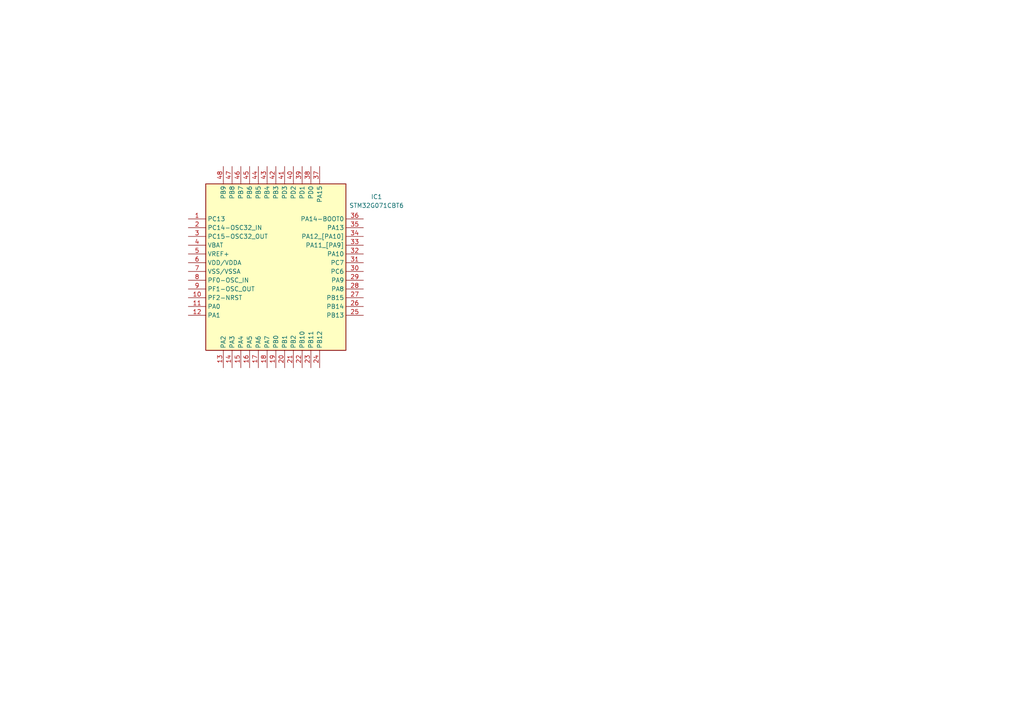
<source format=kicad_sch>
(kicad_sch (version 20250114) (generator "eeschema") (generator_version "9.0")
  (paper "A4")
  (lib_symbols
    (symbol "STM32G071CBT6:STM32G071CBT6"
      (property "Reference" "IC" (at 46.99 15.24 0))
      (property "Value" "STM32G071CBT6" (at 46.99 12.7 0))
      (symbol "STM32G071CBT6_1_1"
        (rectangle (start 5.08 10.16) (end 45.72 -38.1) (stroke (width 0.254)) (fill (type background)))
        (pin passive line (at 0 0 0) (length 5.08) (name "PC13") (number "1"))
        (pin passive line (at 0 -2.54 0) (length 5.08) (name "PC14-OSC32_IN") (number "2"))
        (pin passive line (at 0 -5.08 0) (length 5.08) (name "PC15-OSC32_OUT") (number "3"))
        (pin passive line (at 0 -7.62 0) (length 5.08) (name "VBAT") (number "4"))
        (pin passive line (at 0 -10.16 0) (length 5.08) (name "VREF+") (number "5"))
        (pin passive line (at 0 -12.7 0) (length 5.08) (name "VDD/VDDA") (number "6"))
        (pin passive line (at 0 -15.24 0) (length 5.08) (name "VSS/VSSA") (number "7"))
        (pin passive line (at 0 -17.78 0) (length 5.08) (name "PF0-OSC_IN") (number "8"))
        (pin passive line (at 0 -20.32 0) (length 5.08) (name "PF1-OSC_OUT") (number "9"))
        (pin passive line (at 0 -22.86 0) (length 5.08) (name "PF2-NRST") (number "10"))
        (pin passive line (at 0 -25.4 0) (length 5.08) (name "PA0") (number "11"))
        (pin passive line (at 0 -27.94 0) (length 5.08) (name "PA1") (number "12"))
        (pin passive line (at 10.16 15.24 270) (length 5.08) (name "PB9") (number "48"))
        (pin passive line (at 10.16 -43.18 90) (length 5.08) (name "PA2") (number "13"))
        (pin passive line (at 12.7 15.24 270) (length 5.08) (name "PB8") (number "47"))
        (pin passive line (at 12.7 -43.18 90) (length 5.08) (name "PA3") (number "14"))
        (pin passive line (at 15.24 15.24 270) (length 5.08) (name "PB7") (number "46"))
        (pin passive line (at 15.24 -43.18 90) (length 5.08) (name "PA4") (number "15"))
        (pin passive line (at 17.78 15.24 270) (length 5.08) (name "PB6") (number "45"))
        (pin passive line (at 17.78 -43.18 90) (length 5.08) (name "PA5") (number "16"))
        (pin passive line (at 20.32 15.24 270) (length 5.08) (name "PB5") (number "44"))
        (pin passive line (at 20.32 -43.18 90) (length 5.08) (name "PA6") (number "17"))
        (pin passive line (at 22.86 15.24 270) (length 5.08) (name "PB4") (number "43"))
        (pin passive line (at 22.86 -43.18 90) (length 5.08) (name "PA7") (number "18"))
        (pin passive line (at 25.4 15.24 270) (length 5.08) (name "PB3") (number "42"))
        (pin passive line (at 25.4 -43.18 90) (length 5.08) (name "PB0") (number "19"))
        (pin passive line (at 27.94 15.24 270) (length 5.08) (name "PD3") (number "41"))
        (pin passive line (at 27.94 -43.18 90) (length 5.08) (name "PB1") (number "20"))
        (pin passive line (at 30.48 15.24 270) (length 5.08) (name "PD2") (number "40"))
        (pin passive line (at 30.48 -43.18 90) (length 5.08) (name "PB2") (number "21"))
        (pin passive line (at 33.02 15.24 270) (length 5.08) (name "PD1") (number "39"))
        (pin passive line (at 33.02 -43.18 90) (length 5.08) (name "PB10") (number "22"))
        (pin passive line (at 35.56 15.24 270) (length 5.08) (name "PD0") (number "38"))
        (pin passive line (at 35.56 -43.18 90) (length 5.08) (name "PB11") (number "23"))
        (pin passive line (at 38.1 15.24 270) (length 5.08) (name "PA15") (number "37"))
        (pin passive line (at 38.1 -43.18 90) (length 5.08) (name "PB12") (number "24"))
        (pin passive line (at 50.8 0 180) (length 5.08) (name "PA14-BOOT0") (number "36"))
        (pin passive line (at 50.8 -2.54 180) (length 5.08) (name "PA13") (number "35"))
        (pin passive line (at 50.8 -5.08 180) (length 5.08) (name "PA12_[PA10]") (number "34"))
        (pin passive line (at 50.8 -7.62 180) (length 5.08) (name "PA11_[PA9]") (number "33"))
        (pin passive line (at 50.8 -10.16 180) (length 5.08) (name "PA10") (number "32"))
        (pin passive line (at 50.8 -12.7 180) (length 5.08) (name "PC7") (number "31"))
        (pin passive line (at 50.8 -15.24 180) (length 5.08) (name "PC6") (number "30"))
        (pin passive line (at 50.8 -17.78 180) (length 5.08) (name "PA9") (number "29"))
        (pin passive line (at 50.8 -20.32 180) (length 5.08) (name "PA8") (number "28"))
        (pin passive line (at 50.8 -22.86 180) (length 5.08) (name "PB15") (number "27"))
        (pin passive line (at 50.8 -25.4 180) (length 5.08) (name "PB14") (number "26"))
        (pin passive line (at 50.8 -27.94 180) (length 5.08) (name "PB13") (number "25"))
      )
    )
  )
  (symbol (lib_id "STM32G071CBT6:STM32G071CBT6") (at 54.61 63.5 0) (unit 1)
    (property "Reference" "IC1" (at 109.22 57.0798 0))
    (property "Value" "STM32G071CBT6" (at 109.22 59.6198 0))
    (property "Footprint" "STM32G071CBT6:QFP50P900X900X160-48N" (effects (hide yes)))
    (property "Datasheet" "https://www.st.com/resource/en/datasheet/stm32g071c8.pdf" (effects (hide yes)))
    (property "Description" "Arm Cortex-M0+ 32-bit MCU, up to 128 KB Flash, 36 KB RAM, 4x USART, timers, ADC, DAC, comm. I/Fs, 1.7-3.6V" (effects (hide yes)))
    (property "Height" "1.6" (effects (hide yes)))
    (property "Mouser Part Number" "511-STM32G071CBT6" (effects (hide yes)))
    (property "Mouser Price/Stock" "https://www.mouser.co.uk/ProductDetail/STMicroelectronics/STM32G071CBT6?qs=PqoDHHvF648kq6bRqLhyjQ%3D%3D" (effects (hide yes)))
    (property "Manufacturer_Name" "STMicroelectronics" (effects (hide yes)))
    (property "Manufacturer_Part_Number" "STM32G071CBT6" (effects (hide yes)))
    (property "LCSC Part Number" "C432212" (effects (hide yes)))
  )
)
</source>
